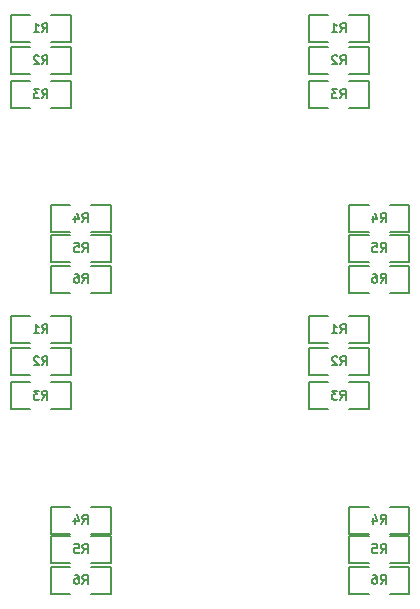
<source format=gbo>
G04 (created by PCBNEW (2013-may-18)-stable) date Вт 21 апр 2015 20:47:11*
%MOIN*%
G04 Gerber Fmt 3.4, Leading zero omitted, Abs format*
%FSLAX34Y34*%
G01*
G70*
G90*
G04 APERTURE LIST*
%ADD10C,0.00590551*%
%ADD11C,0.005*%
G04 APERTURE END LIST*
G54D10*
G54D11*
X30015Y-22286D02*
X30015Y-23186D01*
X30015Y-23186D02*
X29365Y-23186D01*
X28665Y-22286D02*
X28015Y-22286D01*
X28015Y-22286D02*
X28015Y-23186D01*
X28015Y-23186D02*
X28665Y-23186D01*
X29365Y-22286D02*
X30015Y-22286D01*
X30015Y-23349D02*
X30015Y-24249D01*
X30015Y-24249D02*
X29365Y-24249D01*
X28665Y-23349D02*
X28015Y-23349D01*
X28015Y-23349D02*
X28015Y-24249D01*
X28015Y-24249D02*
X28665Y-24249D01*
X29365Y-23349D02*
X30015Y-23349D01*
X30015Y-24490D02*
X30015Y-25390D01*
X30015Y-25390D02*
X29365Y-25390D01*
X28665Y-24490D02*
X28015Y-24490D01*
X28015Y-24490D02*
X28015Y-25390D01*
X28015Y-25390D02*
X28665Y-25390D01*
X29365Y-24490D02*
X30015Y-24490D01*
X31354Y-28624D02*
X31354Y-29524D01*
X31354Y-29524D02*
X30704Y-29524D01*
X30004Y-28624D02*
X29354Y-28624D01*
X29354Y-28624D02*
X29354Y-29524D01*
X29354Y-29524D02*
X30004Y-29524D01*
X30704Y-28624D02*
X31354Y-28624D01*
X31354Y-29609D02*
X31354Y-30509D01*
X31354Y-30509D02*
X30704Y-30509D01*
X30004Y-29609D02*
X29354Y-29609D01*
X29354Y-29609D02*
X29354Y-30509D01*
X29354Y-30509D02*
X30004Y-30509D01*
X30704Y-29609D02*
X31354Y-29609D01*
X31354Y-30632D02*
X31354Y-31532D01*
X31354Y-31532D02*
X30704Y-31532D01*
X30004Y-30632D02*
X29354Y-30632D01*
X29354Y-30632D02*
X29354Y-31532D01*
X29354Y-31532D02*
X30004Y-31532D01*
X30704Y-30632D02*
X31354Y-30632D01*
X41295Y-30632D02*
X41295Y-31532D01*
X41295Y-31532D02*
X40645Y-31532D01*
X39945Y-30632D02*
X39295Y-30632D01*
X39295Y-30632D02*
X39295Y-31532D01*
X39295Y-31532D02*
X39945Y-31532D01*
X40645Y-30632D02*
X41295Y-30632D01*
X41295Y-29609D02*
X41295Y-30509D01*
X41295Y-30509D02*
X40645Y-30509D01*
X39945Y-29609D02*
X39295Y-29609D01*
X39295Y-29609D02*
X39295Y-30509D01*
X39295Y-30509D02*
X39945Y-30509D01*
X40645Y-29609D02*
X41295Y-29609D01*
X41295Y-28624D02*
X41295Y-29524D01*
X41295Y-29524D02*
X40645Y-29524D01*
X39945Y-28624D02*
X39295Y-28624D01*
X39295Y-28624D02*
X39295Y-29524D01*
X39295Y-29524D02*
X39945Y-29524D01*
X40645Y-28624D02*
X41295Y-28624D01*
X39956Y-24490D02*
X39956Y-25390D01*
X39956Y-25390D02*
X39306Y-25390D01*
X38606Y-24490D02*
X37956Y-24490D01*
X37956Y-24490D02*
X37956Y-25390D01*
X37956Y-25390D02*
X38606Y-25390D01*
X39306Y-24490D02*
X39956Y-24490D01*
X39956Y-23349D02*
X39956Y-24249D01*
X39956Y-24249D02*
X39306Y-24249D01*
X38606Y-23349D02*
X37956Y-23349D01*
X37956Y-23349D02*
X37956Y-24249D01*
X37956Y-24249D02*
X38606Y-24249D01*
X39306Y-23349D02*
X39956Y-23349D01*
X39956Y-22286D02*
X39956Y-23186D01*
X39956Y-23186D02*
X39306Y-23186D01*
X38606Y-22286D02*
X37956Y-22286D01*
X37956Y-22286D02*
X37956Y-23186D01*
X37956Y-23186D02*
X38606Y-23186D01*
X39306Y-22286D02*
X39956Y-22286D01*
X39956Y-12246D02*
X39956Y-13146D01*
X39956Y-13146D02*
X39306Y-13146D01*
X38606Y-12246D02*
X37956Y-12246D01*
X37956Y-12246D02*
X37956Y-13146D01*
X37956Y-13146D02*
X38606Y-13146D01*
X39306Y-12246D02*
X39956Y-12246D01*
X39956Y-13309D02*
X39956Y-14209D01*
X39956Y-14209D02*
X39306Y-14209D01*
X38606Y-13309D02*
X37956Y-13309D01*
X37956Y-13309D02*
X37956Y-14209D01*
X37956Y-14209D02*
X38606Y-14209D01*
X39306Y-13309D02*
X39956Y-13309D01*
X39956Y-14451D02*
X39956Y-15351D01*
X39956Y-15351D02*
X39306Y-15351D01*
X38606Y-14451D02*
X37956Y-14451D01*
X37956Y-14451D02*
X37956Y-15351D01*
X37956Y-15351D02*
X38606Y-15351D01*
X39306Y-14451D02*
X39956Y-14451D01*
X41295Y-18585D02*
X41295Y-19485D01*
X41295Y-19485D02*
X40645Y-19485D01*
X39945Y-18585D02*
X39295Y-18585D01*
X39295Y-18585D02*
X39295Y-19485D01*
X39295Y-19485D02*
X39945Y-19485D01*
X40645Y-18585D02*
X41295Y-18585D01*
X41295Y-19569D02*
X41295Y-20469D01*
X41295Y-20469D02*
X40645Y-20469D01*
X39945Y-19569D02*
X39295Y-19569D01*
X39295Y-19569D02*
X39295Y-20469D01*
X39295Y-20469D02*
X39945Y-20469D01*
X40645Y-19569D02*
X41295Y-19569D01*
X41295Y-20593D02*
X41295Y-21493D01*
X41295Y-21493D02*
X40645Y-21493D01*
X39945Y-20593D02*
X39295Y-20593D01*
X39295Y-20593D02*
X39295Y-21493D01*
X39295Y-21493D02*
X39945Y-21493D01*
X40645Y-20593D02*
X41295Y-20593D01*
X31354Y-20593D02*
X31354Y-21493D01*
X31354Y-21493D02*
X30704Y-21493D01*
X30004Y-20593D02*
X29354Y-20593D01*
X29354Y-20593D02*
X29354Y-21493D01*
X29354Y-21493D02*
X30004Y-21493D01*
X30704Y-20593D02*
X31354Y-20593D01*
X31354Y-19569D02*
X31354Y-20469D01*
X31354Y-20469D02*
X30704Y-20469D01*
X30004Y-19569D02*
X29354Y-19569D01*
X29354Y-19569D02*
X29354Y-20469D01*
X29354Y-20469D02*
X30004Y-20469D01*
X30704Y-19569D02*
X31354Y-19569D01*
X31354Y-18585D02*
X31354Y-19485D01*
X31354Y-19485D02*
X30704Y-19485D01*
X30004Y-18585D02*
X29354Y-18585D01*
X29354Y-18585D02*
X29354Y-19485D01*
X29354Y-19485D02*
X30004Y-19485D01*
X30704Y-18585D02*
X31354Y-18585D01*
X30015Y-14451D02*
X30015Y-15351D01*
X30015Y-15351D02*
X29365Y-15351D01*
X28665Y-14451D02*
X28015Y-14451D01*
X28015Y-14451D02*
X28015Y-15351D01*
X28015Y-15351D02*
X28665Y-15351D01*
X29365Y-14451D02*
X30015Y-14451D01*
X30015Y-13309D02*
X30015Y-14209D01*
X30015Y-14209D02*
X29365Y-14209D01*
X28665Y-13309D02*
X28015Y-13309D01*
X28015Y-13309D02*
X28015Y-14209D01*
X28015Y-14209D02*
X28665Y-14209D01*
X29365Y-13309D02*
X30015Y-13309D01*
X30015Y-12246D02*
X30015Y-13146D01*
X30015Y-13146D02*
X29365Y-13146D01*
X28665Y-12246D02*
X28015Y-12246D01*
X28015Y-12246D02*
X28015Y-13146D01*
X28015Y-13146D02*
X28665Y-13146D01*
X29365Y-12246D02*
X30015Y-12246D01*
X29065Y-22857D02*
X29165Y-22714D01*
X29237Y-22857D02*
X29237Y-22557D01*
X29122Y-22557D01*
X29094Y-22571D01*
X29080Y-22586D01*
X29065Y-22614D01*
X29065Y-22657D01*
X29080Y-22686D01*
X29094Y-22700D01*
X29122Y-22714D01*
X29237Y-22714D01*
X28780Y-22857D02*
X28951Y-22857D01*
X28865Y-22857D02*
X28865Y-22557D01*
X28894Y-22600D01*
X28922Y-22629D01*
X28951Y-22643D01*
X29065Y-23920D02*
X29165Y-23777D01*
X29237Y-23920D02*
X29237Y-23620D01*
X29122Y-23620D01*
X29094Y-23634D01*
X29080Y-23649D01*
X29065Y-23677D01*
X29065Y-23720D01*
X29080Y-23749D01*
X29094Y-23763D01*
X29122Y-23777D01*
X29237Y-23777D01*
X28951Y-23649D02*
X28937Y-23634D01*
X28908Y-23620D01*
X28837Y-23620D01*
X28808Y-23634D01*
X28794Y-23649D01*
X28780Y-23677D01*
X28780Y-23706D01*
X28794Y-23749D01*
X28965Y-23920D01*
X28780Y-23920D01*
X29065Y-25062D02*
X29165Y-24919D01*
X29237Y-25062D02*
X29237Y-24762D01*
X29122Y-24762D01*
X29094Y-24776D01*
X29080Y-24790D01*
X29065Y-24819D01*
X29065Y-24862D01*
X29080Y-24890D01*
X29094Y-24905D01*
X29122Y-24919D01*
X29237Y-24919D01*
X28965Y-24762D02*
X28780Y-24762D01*
X28880Y-24876D01*
X28837Y-24876D01*
X28808Y-24890D01*
X28794Y-24905D01*
X28780Y-24933D01*
X28780Y-25005D01*
X28794Y-25033D01*
X28808Y-25048D01*
X28837Y-25062D01*
X28922Y-25062D01*
X28951Y-25048D01*
X28965Y-25033D01*
X30404Y-29196D02*
X30504Y-29053D01*
X30575Y-29196D02*
X30575Y-28896D01*
X30461Y-28896D01*
X30432Y-28910D01*
X30418Y-28924D01*
X30404Y-28953D01*
X30404Y-28996D01*
X30418Y-29024D01*
X30432Y-29039D01*
X30461Y-29053D01*
X30575Y-29053D01*
X30147Y-28996D02*
X30147Y-29196D01*
X30218Y-28881D02*
X30290Y-29096D01*
X30104Y-29096D01*
X30404Y-30180D02*
X30504Y-30037D01*
X30575Y-30180D02*
X30575Y-29880D01*
X30461Y-29880D01*
X30432Y-29894D01*
X30418Y-29909D01*
X30404Y-29937D01*
X30404Y-29980D01*
X30418Y-30009D01*
X30432Y-30023D01*
X30461Y-30037D01*
X30575Y-30037D01*
X30132Y-29880D02*
X30275Y-29880D01*
X30290Y-30023D01*
X30275Y-30009D01*
X30247Y-29994D01*
X30175Y-29994D01*
X30147Y-30009D01*
X30132Y-30023D01*
X30118Y-30051D01*
X30118Y-30123D01*
X30132Y-30151D01*
X30147Y-30166D01*
X30175Y-30180D01*
X30247Y-30180D01*
X30275Y-30166D01*
X30290Y-30151D01*
X30404Y-31204D02*
X30504Y-31061D01*
X30575Y-31204D02*
X30575Y-30904D01*
X30461Y-30904D01*
X30432Y-30918D01*
X30418Y-30932D01*
X30404Y-30961D01*
X30404Y-31004D01*
X30418Y-31032D01*
X30432Y-31046D01*
X30461Y-31061D01*
X30575Y-31061D01*
X30147Y-30904D02*
X30204Y-30904D01*
X30232Y-30918D01*
X30247Y-30932D01*
X30275Y-30975D01*
X30290Y-31032D01*
X30290Y-31146D01*
X30275Y-31175D01*
X30261Y-31189D01*
X30232Y-31204D01*
X30175Y-31204D01*
X30147Y-31189D01*
X30132Y-31175D01*
X30118Y-31146D01*
X30118Y-31075D01*
X30132Y-31046D01*
X30147Y-31032D01*
X30175Y-31018D01*
X30232Y-31018D01*
X30261Y-31032D01*
X30275Y-31046D01*
X30290Y-31075D01*
X40345Y-31204D02*
X40445Y-31061D01*
X40516Y-31204D02*
X40516Y-30904D01*
X40402Y-30904D01*
X40373Y-30918D01*
X40359Y-30932D01*
X40345Y-30961D01*
X40345Y-31004D01*
X40359Y-31032D01*
X40373Y-31046D01*
X40402Y-31061D01*
X40516Y-31061D01*
X40088Y-30904D02*
X40145Y-30904D01*
X40173Y-30918D01*
X40188Y-30932D01*
X40216Y-30975D01*
X40230Y-31032D01*
X40230Y-31146D01*
X40216Y-31175D01*
X40202Y-31189D01*
X40173Y-31204D01*
X40116Y-31204D01*
X40088Y-31189D01*
X40073Y-31175D01*
X40059Y-31146D01*
X40059Y-31075D01*
X40073Y-31046D01*
X40088Y-31032D01*
X40116Y-31018D01*
X40173Y-31018D01*
X40202Y-31032D01*
X40216Y-31046D01*
X40230Y-31075D01*
X40345Y-30180D02*
X40445Y-30037D01*
X40516Y-30180D02*
X40516Y-29880D01*
X40402Y-29880D01*
X40373Y-29894D01*
X40359Y-29909D01*
X40345Y-29937D01*
X40345Y-29980D01*
X40359Y-30009D01*
X40373Y-30023D01*
X40402Y-30037D01*
X40516Y-30037D01*
X40073Y-29880D02*
X40216Y-29880D01*
X40230Y-30023D01*
X40216Y-30009D01*
X40188Y-29994D01*
X40116Y-29994D01*
X40088Y-30009D01*
X40073Y-30023D01*
X40059Y-30051D01*
X40059Y-30123D01*
X40073Y-30151D01*
X40088Y-30166D01*
X40116Y-30180D01*
X40188Y-30180D01*
X40216Y-30166D01*
X40230Y-30151D01*
X40345Y-29196D02*
X40445Y-29053D01*
X40516Y-29196D02*
X40516Y-28896D01*
X40402Y-28896D01*
X40373Y-28910D01*
X40359Y-28924D01*
X40345Y-28953D01*
X40345Y-28996D01*
X40359Y-29024D01*
X40373Y-29039D01*
X40402Y-29053D01*
X40516Y-29053D01*
X40088Y-28996D02*
X40088Y-29196D01*
X40159Y-28881D02*
X40230Y-29096D01*
X40045Y-29096D01*
X39006Y-25062D02*
X39106Y-24919D01*
X39178Y-25062D02*
X39178Y-24762D01*
X39063Y-24762D01*
X39035Y-24776D01*
X39020Y-24790D01*
X39006Y-24819D01*
X39006Y-24862D01*
X39020Y-24890D01*
X39035Y-24905D01*
X39063Y-24919D01*
X39178Y-24919D01*
X38906Y-24762D02*
X38720Y-24762D01*
X38820Y-24876D01*
X38778Y-24876D01*
X38749Y-24890D01*
X38735Y-24905D01*
X38720Y-24933D01*
X38720Y-25005D01*
X38735Y-25033D01*
X38749Y-25048D01*
X38778Y-25062D01*
X38863Y-25062D01*
X38892Y-25048D01*
X38906Y-25033D01*
X39006Y-23920D02*
X39106Y-23777D01*
X39178Y-23920D02*
X39178Y-23620D01*
X39063Y-23620D01*
X39035Y-23634D01*
X39020Y-23649D01*
X39006Y-23677D01*
X39006Y-23720D01*
X39020Y-23749D01*
X39035Y-23763D01*
X39063Y-23777D01*
X39178Y-23777D01*
X38892Y-23649D02*
X38878Y-23634D01*
X38849Y-23620D01*
X38778Y-23620D01*
X38749Y-23634D01*
X38735Y-23649D01*
X38720Y-23677D01*
X38720Y-23706D01*
X38735Y-23749D01*
X38906Y-23920D01*
X38720Y-23920D01*
X39006Y-22857D02*
X39106Y-22714D01*
X39178Y-22857D02*
X39178Y-22557D01*
X39063Y-22557D01*
X39035Y-22571D01*
X39020Y-22586D01*
X39006Y-22614D01*
X39006Y-22657D01*
X39020Y-22686D01*
X39035Y-22700D01*
X39063Y-22714D01*
X39178Y-22714D01*
X38720Y-22857D02*
X38892Y-22857D01*
X38806Y-22857D02*
X38806Y-22557D01*
X38835Y-22600D01*
X38863Y-22629D01*
X38892Y-22643D01*
X39006Y-12818D02*
X39106Y-12675D01*
X39178Y-12818D02*
X39178Y-12518D01*
X39063Y-12518D01*
X39035Y-12532D01*
X39020Y-12546D01*
X39006Y-12575D01*
X39006Y-12618D01*
X39020Y-12646D01*
X39035Y-12661D01*
X39063Y-12675D01*
X39178Y-12675D01*
X38720Y-12818D02*
X38892Y-12818D01*
X38806Y-12818D02*
X38806Y-12518D01*
X38835Y-12561D01*
X38863Y-12589D01*
X38892Y-12603D01*
X39006Y-13881D02*
X39106Y-13738D01*
X39178Y-13881D02*
X39178Y-13581D01*
X39063Y-13581D01*
X39035Y-13595D01*
X39020Y-13609D01*
X39006Y-13638D01*
X39006Y-13681D01*
X39020Y-13709D01*
X39035Y-13724D01*
X39063Y-13738D01*
X39178Y-13738D01*
X38892Y-13609D02*
X38878Y-13595D01*
X38849Y-13581D01*
X38778Y-13581D01*
X38749Y-13595D01*
X38735Y-13609D01*
X38720Y-13638D01*
X38720Y-13666D01*
X38735Y-13709D01*
X38906Y-13881D01*
X38720Y-13881D01*
X39006Y-15023D02*
X39106Y-14880D01*
X39178Y-15023D02*
X39178Y-14723D01*
X39063Y-14723D01*
X39035Y-14737D01*
X39020Y-14751D01*
X39006Y-14780D01*
X39006Y-14823D01*
X39020Y-14851D01*
X39035Y-14865D01*
X39063Y-14880D01*
X39178Y-14880D01*
X38906Y-14723D02*
X38720Y-14723D01*
X38820Y-14837D01*
X38778Y-14837D01*
X38749Y-14851D01*
X38735Y-14865D01*
X38720Y-14894D01*
X38720Y-14965D01*
X38735Y-14994D01*
X38749Y-15008D01*
X38778Y-15023D01*
X38863Y-15023D01*
X38892Y-15008D01*
X38906Y-14994D01*
X40345Y-19156D02*
X40445Y-19014D01*
X40516Y-19156D02*
X40516Y-18856D01*
X40402Y-18856D01*
X40373Y-18871D01*
X40359Y-18885D01*
X40345Y-18914D01*
X40345Y-18956D01*
X40359Y-18985D01*
X40373Y-18999D01*
X40402Y-19014D01*
X40516Y-19014D01*
X40088Y-18956D02*
X40088Y-19156D01*
X40159Y-18842D02*
X40230Y-19056D01*
X40045Y-19056D01*
X40345Y-20141D02*
X40445Y-19998D01*
X40516Y-20141D02*
X40516Y-19841D01*
X40402Y-19841D01*
X40373Y-19855D01*
X40359Y-19869D01*
X40345Y-19898D01*
X40345Y-19941D01*
X40359Y-19969D01*
X40373Y-19983D01*
X40402Y-19998D01*
X40516Y-19998D01*
X40073Y-19841D02*
X40216Y-19841D01*
X40230Y-19983D01*
X40216Y-19969D01*
X40188Y-19955D01*
X40116Y-19955D01*
X40088Y-19969D01*
X40073Y-19983D01*
X40059Y-20012D01*
X40059Y-20083D01*
X40073Y-20112D01*
X40088Y-20126D01*
X40116Y-20141D01*
X40188Y-20141D01*
X40216Y-20126D01*
X40230Y-20112D01*
X40345Y-21164D02*
X40445Y-21021D01*
X40516Y-21164D02*
X40516Y-20864D01*
X40402Y-20864D01*
X40373Y-20879D01*
X40359Y-20893D01*
X40345Y-20921D01*
X40345Y-20964D01*
X40359Y-20993D01*
X40373Y-21007D01*
X40402Y-21021D01*
X40516Y-21021D01*
X40088Y-20864D02*
X40145Y-20864D01*
X40173Y-20879D01*
X40188Y-20893D01*
X40216Y-20936D01*
X40230Y-20993D01*
X40230Y-21107D01*
X40216Y-21136D01*
X40202Y-21150D01*
X40173Y-21164D01*
X40116Y-21164D01*
X40088Y-21150D01*
X40073Y-21136D01*
X40059Y-21107D01*
X40059Y-21036D01*
X40073Y-21007D01*
X40088Y-20993D01*
X40116Y-20979D01*
X40173Y-20979D01*
X40202Y-20993D01*
X40216Y-21007D01*
X40230Y-21036D01*
X30404Y-21164D02*
X30504Y-21021D01*
X30575Y-21164D02*
X30575Y-20864D01*
X30461Y-20864D01*
X30432Y-20879D01*
X30418Y-20893D01*
X30404Y-20921D01*
X30404Y-20964D01*
X30418Y-20993D01*
X30432Y-21007D01*
X30461Y-21021D01*
X30575Y-21021D01*
X30147Y-20864D02*
X30204Y-20864D01*
X30232Y-20879D01*
X30247Y-20893D01*
X30275Y-20936D01*
X30290Y-20993D01*
X30290Y-21107D01*
X30275Y-21136D01*
X30261Y-21150D01*
X30232Y-21164D01*
X30175Y-21164D01*
X30147Y-21150D01*
X30132Y-21136D01*
X30118Y-21107D01*
X30118Y-21036D01*
X30132Y-21007D01*
X30147Y-20993D01*
X30175Y-20979D01*
X30232Y-20979D01*
X30261Y-20993D01*
X30275Y-21007D01*
X30290Y-21036D01*
X30404Y-20141D02*
X30504Y-19998D01*
X30575Y-20141D02*
X30575Y-19841D01*
X30461Y-19841D01*
X30432Y-19855D01*
X30418Y-19869D01*
X30404Y-19898D01*
X30404Y-19941D01*
X30418Y-19969D01*
X30432Y-19983D01*
X30461Y-19998D01*
X30575Y-19998D01*
X30132Y-19841D02*
X30275Y-19841D01*
X30290Y-19983D01*
X30275Y-19969D01*
X30247Y-19955D01*
X30175Y-19955D01*
X30147Y-19969D01*
X30132Y-19983D01*
X30118Y-20012D01*
X30118Y-20083D01*
X30132Y-20112D01*
X30147Y-20126D01*
X30175Y-20141D01*
X30247Y-20141D01*
X30275Y-20126D01*
X30290Y-20112D01*
X30404Y-19156D02*
X30504Y-19014D01*
X30575Y-19156D02*
X30575Y-18856D01*
X30461Y-18856D01*
X30432Y-18871D01*
X30418Y-18885D01*
X30404Y-18914D01*
X30404Y-18956D01*
X30418Y-18985D01*
X30432Y-18999D01*
X30461Y-19014D01*
X30575Y-19014D01*
X30147Y-18956D02*
X30147Y-19156D01*
X30218Y-18842D02*
X30290Y-19056D01*
X30104Y-19056D01*
X29065Y-15023D02*
X29165Y-14880D01*
X29237Y-15023D02*
X29237Y-14723D01*
X29122Y-14723D01*
X29094Y-14737D01*
X29080Y-14751D01*
X29065Y-14780D01*
X29065Y-14823D01*
X29080Y-14851D01*
X29094Y-14865D01*
X29122Y-14880D01*
X29237Y-14880D01*
X28965Y-14723D02*
X28780Y-14723D01*
X28880Y-14837D01*
X28837Y-14837D01*
X28808Y-14851D01*
X28794Y-14865D01*
X28780Y-14894D01*
X28780Y-14965D01*
X28794Y-14994D01*
X28808Y-15008D01*
X28837Y-15023D01*
X28922Y-15023D01*
X28951Y-15008D01*
X28965Y-14994D01*
X29065Y-13881D02*
X29165Y-13738D01*
X29237Y-13881D02*
X29237Y-13581D01*
X29122Y-13581D01*
X29094Y-13595D01*
X29080Y-13609D01*
X29065Y-13638D01*
X29065Y-13681D01*
X29080Y-13709D01*
X29094Y-13724D01*
X29122Y-13738D01*
X29237Y-13738D01*
X28951Y-13609D02*
X28937Y-13595D01*
X28908Y-13581D01*
X28837Y-13581D01*
X28808Y-13595D01*
X28794Y-13609D01*
X28780Y-13638D01*
X28780Y-13666D01*
X28794Y-13709D01*
X28965Y-13881D01*
X28780Y-13881D01*
X29065Y-12818D02*
X29165Y-12675D01*
X29237Y-12818D02*
X29237Y-12518D01*
X29122Y-12518D01*
X29094Y-12532D01*
X29080Y-12546D01*
X29065Y-12575D01*
X29065Y-12618D01*
X29080Y-12646D01*
X29094Y-12661D01*
X29122Y-12675D01*
X29237Y-12675D01*
X28780Y-12818D02*
X28951Y-12818D01*
X28865Y-12818D02*
X28865Y-12518D01*
X28894Y-12561D01*
X28922Y-12589D01*
X28951Y-12603D01*
M02*

</source>
